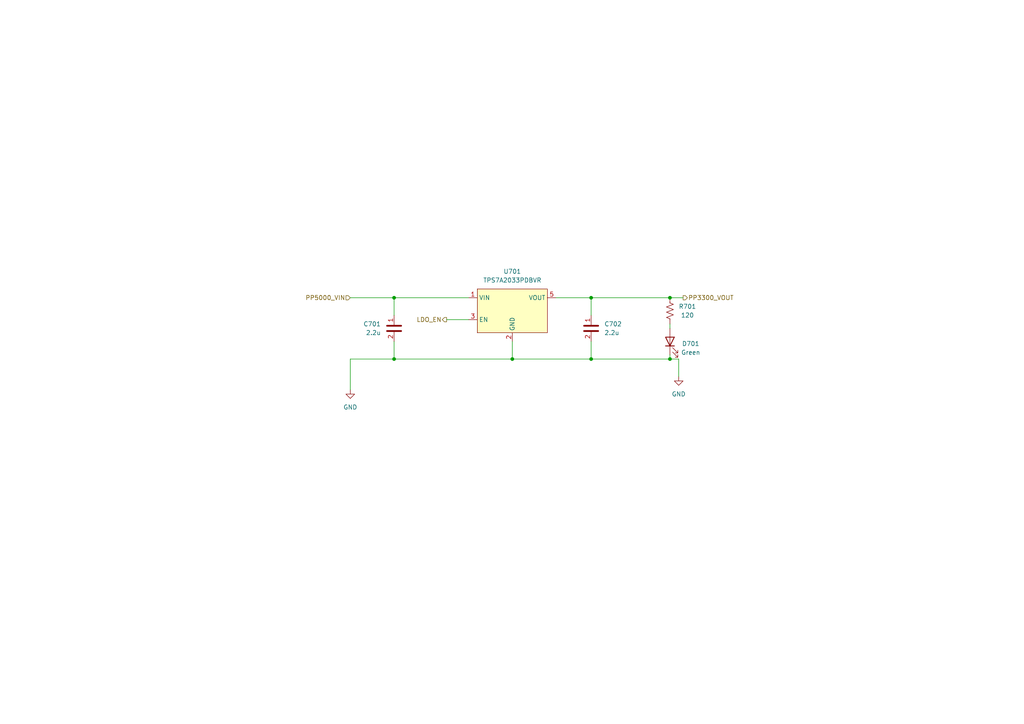
<source format=kicad_sch>
(kicad_sch (version 20250114) (generator "eeschema") (generator_version "9.0")
  (paper "A4")
  (lib_symbols
    (symbol "bfr_capacitors:CL05A225MQ5NSNC"
      (property "Reference" "C" (at 0 2.54 0))
      (property "Value" "2.2u" (at 1.27 2.54 0))
      (symbol "CL05A225MQ5NSNC_0_1"
        (polyline (pts (xy -2.032 0.762) (xy 2.032 0.762)) (stroke (width 0.508)))
        (polyline (pts (xy -2.032 -0.762) (xy 2.032 -0.762)) (stroke (width 0.508)))
      )
      (symbol "CL05A225MQ5NSNC_1_1"
        (pin passive line (at 0 3.81 270) (length 2.794) (name "~") (number "1"))
        (pin passive line (at 0 -3.81 90) (length 2.794) (name "~") (number "2"))
      )
    )
    (symbol "bfr_diodes:KT-0805G" (pin_numbers (hide yes)) (pin_names (offset 1.016) (hide yes)) (exclude_from_sim yes)
      (property "Reference" "D" (at 0 2.54 0))
      (property "Value" "Green" (at 0 -2.54 0))
      (symbol "KT-0805G_0_1"
        (polyline (pts (xy -3.048 -0.762) (xy -4.572 -2.286) (xy -3.81 -2.286) (xy -4.572 -2.286) (xy -4.572 -1.524)))
        (polyline (pts (xy -1.778 -0.762) (xy -3.302 -2.286) (xy -2.54 -2.286) (xy -3.302 -2.286) (xy -3.302 -1.524)))
        (polyline (pts (xy -1.27 0) (xy 1.27 0)))
        (polyline (pts (xy -1.27 -1.27) (xy -1.27 1.27)) (stroke (width 0.254)))
        (polyline (pts (xy 1.27 -1.27) (xy 1.27 1.27) (xy -1.27 0) (xy 1.27 -1.27)) (stroke (width 0.254)))
      )
      (symbol "KT-0805G_1_1"
        (pin passive line (at -3.81 0 0) (length 2.54) (name "K") (number "1"))
        (pin passive line (at 3.81 0 180) (length 2.54) (name "A") (number "2"))
      )
    )
    (symbol "bfr_power_ics:TPS7A2033PDBVR"
      (property "Reference" "U" (at 0 10.16 0))
      (property "Value" "TPS7A2033PDBVR" (at 0 7.62 0))
      (symbol "TPS7A2033PDBVR_0_0"
        (pin input line (at -12.7 3.81 0) (length 2.54) (name "VIN") (number "1"))
        (pin input line (at -12.7 -2.54 0) (length 2.54) (name "EN") (number "3"))
        (pin input line (at 0 -8.89 90) (length 2.54) (name "GND") (number "2"))
        (pin input line (at 12.7 3.81 180) (length 2.54) (name "VOUT\n") (number "5"))
      )
      (symbol "TPS7A2033PDBVR_1_0"
        (pin no_connect non_logic (at 12.7 -2.54 180) (length 2.54) (hide yes) (name "NC") (number "4"))
      )
      (symbol "TPS7A2033PDBVR_1_1"
        (rectangle (start -10.16 6.35) (end 10.16 -6.35) (fill (type background)))
      )
    )
    (symbol "bfr_resistors:RMCF0603FT120R" (pin_numbers (hide yes))
      (property "Reference" "R" (at 0 2.54 0))
      (property "Value" "120" (at 1.27 2.54 0))
      (symbol "RMCF0603FT120R_0_1"
        (polyline (pts (xy -2.286 0) (xy -2.54 0)))
        (polyline (pts (xy -2.286 0) (xy -1.905 1.016) (xy -1.524 0) (xy -1.143 -1.016) (xy -0.762 0)))
        (polyline (pts (xy -0.762 0) (xy -0.381 1.016) (xy 0 0) (xy 0.381 -1.016) (xy 0.762 0)))
        (polyline (pts (xy 0.762 0) (xy 1.143 1.016) (xy 1.524 0) (xy 1.905 -1.016) (xy 2.286 0)))
        (polyline (pts (xy 2.286 0) (xy 2.54 0)))
      )
      (symbol "RMCF0603FT120R_1_1"
        (pin passive line (at -3.81 0 0) (length 1.27) (name "~") (number "1"))
        (pin passive line (at 3.81 0 180) (length 1.27) (name "~") (number "2"))
      )
    )
    (symbol "power:GND" (power) (pin_numbers (hide yes)) (pin_names (offset 0) (hide yes))
      (property "Value" "GND" (at 0 -3.81 0))
      (symbol "GND_0_1"
        (polyline (pts (xy 0 0) (xy 0 -1.27) (xy 1.27 -1.27) (xy 0 -2.54) (xy -1.27 -1.27) (xy 0 -1.27)))
      )
      (symbol "GND_1_1"
        (pin power_in line (at 0 0 270) (length 0) (name "~") (number "1"))
      )
    )
  )
  (junction (at 171.45 86.36))
  (junction (at 194.31 104.14))
  (junction (at 148.59 104.14))
  (junction (at 114.3 86.36))
  (junction (at 171.45 104.14))
  (junction (at 114.3 104.14))
  (junction (at 194.31 86.36))
  (wire (pts (xy 148.59 104.14) (xy 148.59 99.06)))
  (wire (pts (xy 196.85 104.14) (xy 196.85 109.22)))
  (wire (pts (xy 101.6 104.14) (xy 101.6 113.03)))
  (wire (pts (xy 194.31 102.87) (xy 194.31 104.14)))
  (wire (pts (xy 171.45 99.06) (xy 171.45 104.14)))
  (wire (pts (xy 101.6 86.36) (xy 114.3 86.36)))
  (wire (pts (xy 171.45 86.36) (xy 194.31 86.36)))
  (wire (pts (xy 194.31 86.36) (xy 198.12 86.36)))
  (wire (pts (xy 101.6 104.14) (xy 114.3 104.14)))
  (wire (pts (xy 148.59 104.14) (xy 171.45 104.14)))
  (wire (pts (xy 194.31 95.25) (xy 194.31 93.98)))
  (wire (pts (xy 129.54 92.71) (xy 135.89 92.71)))
  (wire (pts (xy 161.29 86.36) (xy 171.45 86.36)))
  (wire (pts (xy 114.3 86.36) (xy 114.3 91.44)))
  (wire (pts (xy 171.45 86.36) (xy 171.45 91.44)))
  (wire (pts (xy 114.3 104.14) (xy 148.59 104.14)))
  (wire (pts (xy 114.3 86.36) (xy 135.89 86.36)))
  (wire (pts (xy 114.3 104.14) (xy 114.3 99.06)))
  (wire (pts (xy 194.31 104.14) (xy 196.85 104.14)))
  (wire (pts (xy 171.45 104.14) (xy 194.31 104.14)))
  (hierarchical_label "LDO_EN" (shape output) (at 129.54 92.71 180))
  (hierarchical_label "PP5000_VIN" (shape input) (at 101.6 86.36 180))
  (hierarchical_label "PP3300_VOUT" (shape output) (at 198.12 86.36 0))
  (symbol (lib_id "power:GND") (at 196.85 109.22 0) (unit 1)
    (property "Reference" "#PWR0702" (effects (hide yes)))
    (property "Value" "GND" (at 196.85 114.3 0))
    (property "Description" "Power symbol creates a global label with name \"GND\" , ground" (effects (hide yes)))
    (instances (project "SMU V1" (path "" (reference "#PWR0702") (unit 1)) (path "" (reference "#PWR0802") (unit 1))))
  )
  (symbol (lib_id "bfr_diodes:KT-0805G") (at 194.31 99.06 90) (unit 1) (exclude_from_sim yes)
    (property "Reference" "D701" (at 200.3425 99.695 90))
    (property "Value" "Green" (at 200.3425 102.235 90))
    (property "Footprint" "Diode_SMD:D_0805_2012Metric_Pad1.15x1.40mm_HandSolder" (effects (hide yes)))
    (property "Datasheet" "https://www.lcsc.com/datasheet/lcsc_datasheet_1806151129_Hubei-KENTO-Elec-KT-0805Y_C2296.pdf" (effects (hide yes)))
    (property "Description" "20mA 2.85V Green 0805 JLCPCB Basic LED" (effects (hide yes)))
    (property "Order From" "LCSC" (effects (hide yes)))
    (property "Digikey P/N" "846-SMLMN2ECTT86CCT-ND" (effects (hide yes)))
    (property "Mouser P/N" "755-SMLMN2ECTT86C" (effects (hide yes)))
    (property "LCSC P/N" "C2297" (effects (hide yes)))
    (property "JLCPCB Basic Part" "Yes" (effects (hide yes)))
    (property "Created by" "Manual entry" (effects (hide yes)))
    (property "Pretty Name" "Green 0805 LED" (effects (hide yes)))
    (instances (project "SMU V1" (path "" (reference "D701") (unit 1)) (path "" (reference "D801") (unit 1))))
  )
  (symbol (lib_id "bfr_capacitors:CL05A225MQ5NSNC") (at 171.45 95.25 0) (unit 1)
    (property "Reference" "C702" (at 175.26 93.9799 0) (effects (justify left)))
    (property "Value" "2.2u" (at 175.26 96.5199 0) (effects (justify left)))
    (property "Footprint" "Capacitor_SMD:C_0402_1005Metric_Pad0.74x0.62mm_HandSolder" (effects (hide yes)))
    (property "Description" "2.2uF±20% X5R 6.3V JLCPCB Basic 0402 Capacitor" (effects (hide yes)))
    (property "Sim.Device" "SUBCKT" (effects (hide yes)))
    (property "Sim.Pins" "1=P1 2=P2" (effects (hide yes)))
    (property "Sim.Library" "${BFRUH_DIR}/Electronics/spice_models/bfr_capacitors/CL05A225MQ5NSNC.lib" (effects (hide yes)))
    (property "Sim.Name" "CL05A225MQ5NSNC" (effects (hide yes)))
    (property "Pretty Name" "2.2uF X5R 6.3V 0402 Capacitor" (effects (hide yes)))
    (property "Order From" "LCSC" (effects (hide yes)))
    (property "LCSC P/N" "C12530" (effects (hide yes)))
    (property "JLCPCB Basic Part" "Yes" (effects (hide yes)))
    (property "Created by" "capacitor_generator.py script using jlcbasic_additional_capacitor_spec.txt" (effects (hide yes)))
    (instances (project "SMU V1" (path "" (reference "C702") (unit 1)) (path "" (reference "C802") (unit 1))))
  )
  (symbol (lib_id "bfr_resistors:RMCF0603FT120R") (at 194.31 90.17 270) (unit 1)
    (property "Reference" "R701" (at 199.39 88.9 90))
    (property "Value" "120" (at 199.39 91.44 90))
    (property "Footprint" "Resistor_SMD:R_0603_1608Metric_Pad0.98x0.95mm_HandSolder" (effects (hide yes)))
    (property "Datasheet" "https://www.seielect.com/catalog/sei-rmcf_rmcp.pdf" (effects (hide yes)))
    (property "Description" "120Ω 0603 JLCPCB Basic Resistor" (effects (hide yes)))
    (property "Sim.Device" "SUBCKT" (effects (hide yes)))
    (property "Sim.Pins" "1=P1 2=P2" (effects (hide yes)))
    (property "Sim.Library" "${BFRUH_DIR}/Electronics/spice_models/bfr_resistors/RMCF0603FT120R.lib" (effects (hide yes)))
    (property "Sim.Name" "RMCF0603FT120R" (effects (hide yes)))
    (property "Pretty Name" "120Ω 0603 Resistor" (effects (hide yes)))
    (property "Order From" "LCSC" (effects (hide yes)))
    (property "Digikey P/N" "RMCF0603FT120RCT-ND" (effects (hide yes)))
    (property "Mouser P/N" "708-RMCF0603FT120R" (effects (hide yes)))
    (property "LCSC P/N" "C22787" (effects (hide yes)))
    (property "JLCPCB Basic Part" "Yes" (effects (hide yes)))
    (property "Created by" "resistor_generator.py script using e24_resistor_bible_spec.txt" (effects (hide yes)))
    (instances (project "SMU V1" (path "" (reference "R701") (unit 1)) (path "" (reference "R801") (unit 1))))
  )
  (symbol (lib_id "bfr_power_ics:TPS7A2033PDBVR") (at 148.59 90.17 0) (unit 1)
    (property "Reference" "U701" (at 148.59 78.74 0))
    (property "Value" "TPS7A2033PDBVR" (at 148.59 81.28 0))
    (property "Footprint" "Package_TO_SOT_SMD:SOT-23-5_HandSoldering" (effects (hide yes)))
    (property "Datasheet" "https://www.ti.com/lit/ds/symlink/tps7a20.pdf?ts=1738566904962&ref_url=https%253A%252F%252Fwww.ti.com%252Fproduct%252FTPS7A20%252Fpart-details%252FTPS7A202275PYCKR%253FkeyMatch%253DTPS7A202275PYCKR%2526tisearch%253Duniversal_search%2526usecase%253DOPN" (effects (hide yes)))
    (property "Description" "300mA, Ultra-Low-Noise, Low-IQ, High PSRR LDO, 1.6-6Vin, 3.3Vout" (effects (hide yes)))
    (property "Manufacturer P/N" "TPS7A2033PDBVR" (effects (hide yes)))
    (property "Manufacturer" "Texas Instruments" (effects (hide yes)))
    (property "Digikey P/N" "296-TPS7A2033PDBVRCT-ND" (effects (hide yes)))
    (property "Mouser P/N" "595-TPS7A2033PDBVR" (effects (hide yes)))
    (property "LCSC P/N" "TPS7A2033PDBVR" (effects (hide yes)))
    (property "JLC Basic Part" "JLC" (effects (hide yes)))
    (property "Order From" "Digikey" (effects (hide yes)))
    (property "Created By" "Tony" (effects (hide yes)))
    (instances (project "SMU V1" (path "" (reference "U701") (unit 1)) (path "" (reference "U801") (unit 1))))
  )
  (symbol (lib_id "bfr_capacitors:CL05A225MQ5NSNC") (at 114.3 95.25 0) (mirror y) (unit 1)
    (property "Reference" "C701" (at 110.49 93.9799 0) (effects (justify left)))
    (property "Value" "2.2u" (at 110.49 96.5199 0) (effects (justify left)))
    (property "Footprint" "Capacitor_SMD:C_0402_1005Metric_Pad0.74x0.62mm_HandSolder" (effects (hide yes)))
    (property "Description" "2.2uF±20% X5R 6.3V JLCPCB Basic 0402 Capacitor" (effects (hide yes)))
    (property "Sim.Device" "SUBCKT" (effects (hide yes)))
    (property "Sim.Pins" "1=P1 2=P2" (effects (hide yes)))
    (property "Sim.Library" "${BFRUH_DIR}/Electronics/spice_models/bfr_capacitors/CL05A225MQ5NSNC.lib" (effects (hide yes)))
    (property "Sim.Name" "CL05A225MQ5NSNC" (effects (hide yes)))
    (property "Pretty Name" "2.2uF X5R 6.3V 0402 Capacitor" (effects (hide yes)))
    (property "Order From" "LCSC" (effects (hide yes)))
    (property "LCSC P/N" "C12530" (effects (hide yes)))
    (property "JLCPCB Basic Part" "Yes" (effects (hide yes)))
    (property "Created by" "capacitor_generator.py script using jlcbasic_additional_capacitor_spec.txt" (effects (hide yes)))
    (instances (project "SMU V1" (path "" (reference "C701") (unit 1)) (path "" (reference "C801") (unit 1))))
  )
  (symbol (lib_id "power:GND") (at 101.6 113.03 0) (mirror y) (unit 1)
    (property "Reference" "#PWR0701" (effects (hide yes)))
    (property "Value" "GND" (at 101.6 118.11 0))
    (property "Description" "Power symbol creates a global label with name \"GND\" , ground" (effects (hide yes)))
    (instances (project "SMU V1" (path "" (reference "#PWR0701") (unit 1)) (path "" (reference "#PWR0801") (unit 1))))
  )
)
</source>
